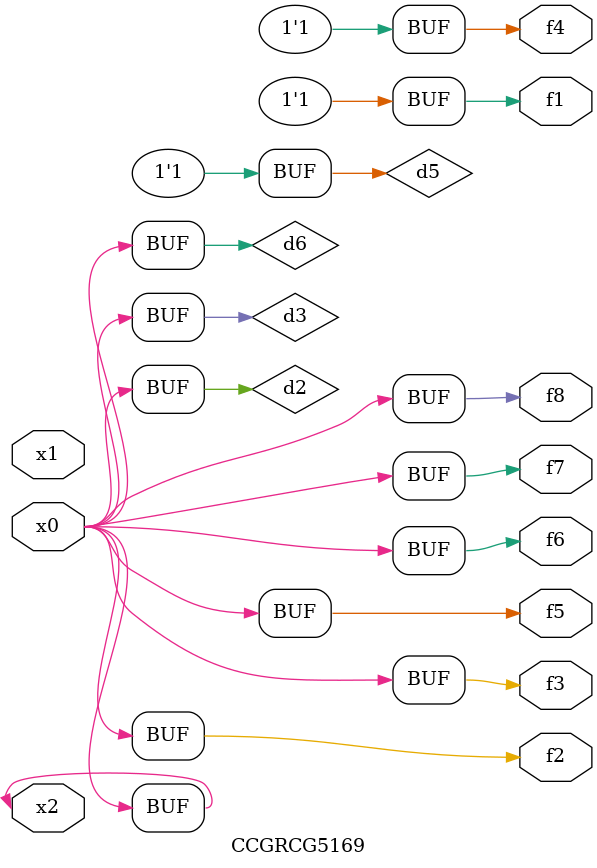
<source format=v>
module CCGRCG5169(
	input x0, x1, x2,
	output f1, f2, f3, f4, f5, f6, f7, f8
);

	wire d1, d2, d3, d4, d5, d6;

	xnor (d1, x2);
	buf (d2, x0, x2);
	and (d3, x0);
	xnor (d4, x1, x2);
	nand (d5, d1, d3);
	buf (d6, d2, d3);
	assign f1 = d5;
	assign f2 = d6;
	assign f3 = d6;
	assign f4 = d5;
	assign f5 = d6;
	assign f6 = d6;
	assign f7 = d6;
	assign f8 = d6;
endmodule

</source>
